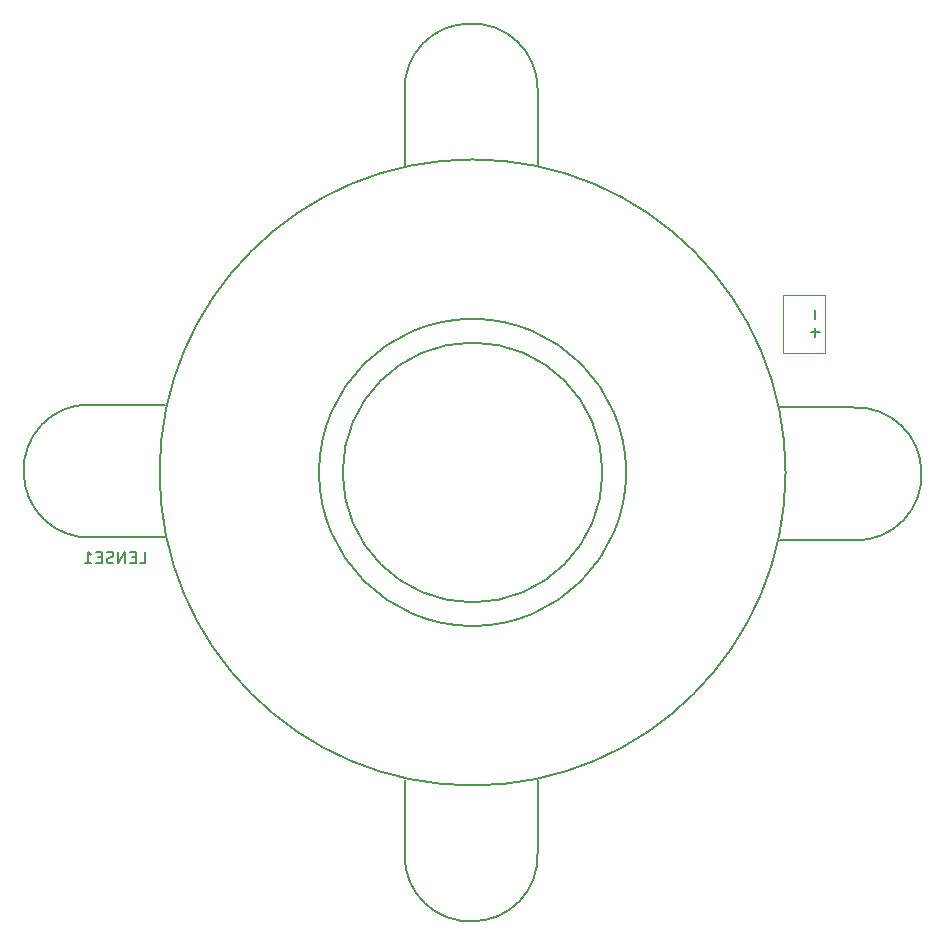
<source format=gbr>
G04 #@! TF.GenerationSoftware,KiCad,Pcbnew,(5.0.0)*
G04 #@! TF.CreationDate,2020-03-30T15:35:39-04:00*
G04 #@! TF.ProjectId,10W White LED,313057205768697465204C45442E6B69,rev?*
G04 #@! TF.SameCoordinates,Original*
G04 #@! TF.FileFunction,Legend,Bot*
G04 #@! TF.FilePolarity,Positive*
%FSLAX46Y46*%
G04 Gerber Fmt 4.6, Leading zero omitted, Abs format (unit mm)*
G04 Created by KiCad (PCBNEW (5.0.0)) date 03/30/20 15:35:39*
%MOMM*%
%LPD*%
G01*
G04 APERTURE LIST*
%ADD10C,0.200000*%
%ADD11C,0.100000*%
%ADD12C,0.150000*%
G04 APERTURE END LIST*
D10*
G04 #@! TO.C,LENSE1*
X182500000Y-105750000D02*
G75*
G03X188000000Y-99994321I0J5505679D01*
G01*
X188000000Y-100000000D02*
G75*
G03X182244321Y-94500000I-5505679J0D01*
G01*
X182500000Y-105750000D02*
X176000000Y-105750000D01*
X182250000Y-94500000D02*
X176000000Y-94500000D01*
X155500000Y-67500000D02*
G75*
G03X149744321Y-62000000I-5505679J0D01*
G01*
X149750000Y-62000000D02*
G75*
G03X144250000Y-67755679I0J-5505679D01*
G01*
X155500000Y-67500000D02*
X155500000Y-74000000D01*
X144250000Y-67750000D02*
X144250000Y-74000000D01*
X117500000Y-94250000D02*
G75*
G03X112000000Y-100005679I0J-5505679D01*
G01*
X112000000Y-100000000D02*
G75*
G03X117755679Y-105500000I5505679J0D01*
G01*
X117500000Y-94250000D02*
X124000000Y-94250000D01*
X117750000Y-105500000D02*
X124000000Y-105500000D01*
X144250000Y-132500000D02*
X144250000Y-126000000D01*
X155500000Y-132250000D02*
X155500000Y-126000000D01*
X144250000Y-132500000D02*
G75*
G03X150005679Y-138000000I5505679J0D01*
G01*
X150000000Y-138000000D02*
G75*
G03X155500000Y-132244321I0J5505679D01*
G01*
X176500000Y-100000000D02*
G75*
G03X176500000Y-100000000I-26500000J0D01*
G01*
X163000000Y-100000000D02*
G75*
G03X163000000Y-100000000I-13000000J0D01*
G01*
X161000000Y-100000000D02*
G75*
G03X161000000Y-100000000I-11000000J0D01*
G01*
D11*
G04 #@! TO.C,FAN1*
X179800000Y-84950000D02*
X176300000Y-84950000D01*
X176300000Y-84950000D02*
X176300000Y-89850000D01*
X176300000Y-89850000D02*
X179800000Y-89850000D01*
X179800000Y-89850000D02*
X179800000Y-84950000D01*
G04 #@! TO.C,LENSE1*
D12*
X121821428Y-107702380D02*
X122297619Y-107702380D01*
X122297619Y-106702380D01*
X121488095Y-107178571D02*
X121154761Y-107178571D01*
X121011904Y-107702380D02*
X121488095Y-107702380D01*
X121488095Y-106702380D01*
X121011904Y-106702380D01*
X120583333Y-107702380D02*
X120583333Y-106702380D01*
X120011904Y-107702380D01*
X120011904Y-106702380D01*
X119583333Y-107654761D02*
X119440476Y-107702380D01*
X119202380Y-107702380D01*
X119107142Y-107654761D01*
X119059523Y-107607142D01*
X119011904Y-107511904D01*
X119011904Y-107416666D01*
X119059523Y-107321428D01*
X119107142Y-107273809D01*
X119202380Y-107226190D01*
X119392857Y-107178571D01*
X119488095Y-107130952D01*
X119535714Y-107083333D01*
X119583333Y-106988095D01*
X119583333Y-106892857D01*
X119535714Y-106797619D01*
X119488095Y-106750000D01*
X119392857Y-106702380D01*
X119154761Y-106702380D01*
X119011904Y-106750000D01*
X118583333Y-107178571D02*
X118250000Y-107178571D01*
X118107142Y-107702380D02*
X118583333Y-107702380D01*
X118583333Y-106702380D01*
X118107142Y-106702380D01*
X117154761Y-107702380D02*
X117726190Y-107702380D01*
X117440476Y-107702380D02*
X117440476Y-106702380D01*
X117535714Y-106845238D01*
X117630952Y-106940476D01*
X117726190Y-106988095D01*
G04 #@! TO.C,FAN1*
X179021428Y-87769047D02*
X179021428Y-88530952D01*
X179402380Y-88150000D02*
X178640476Y-88150000D01*
X179021428Y-86269047D02*
X179021428Y-87030952D01*
G04 #@! TD*
M02*

</source>
